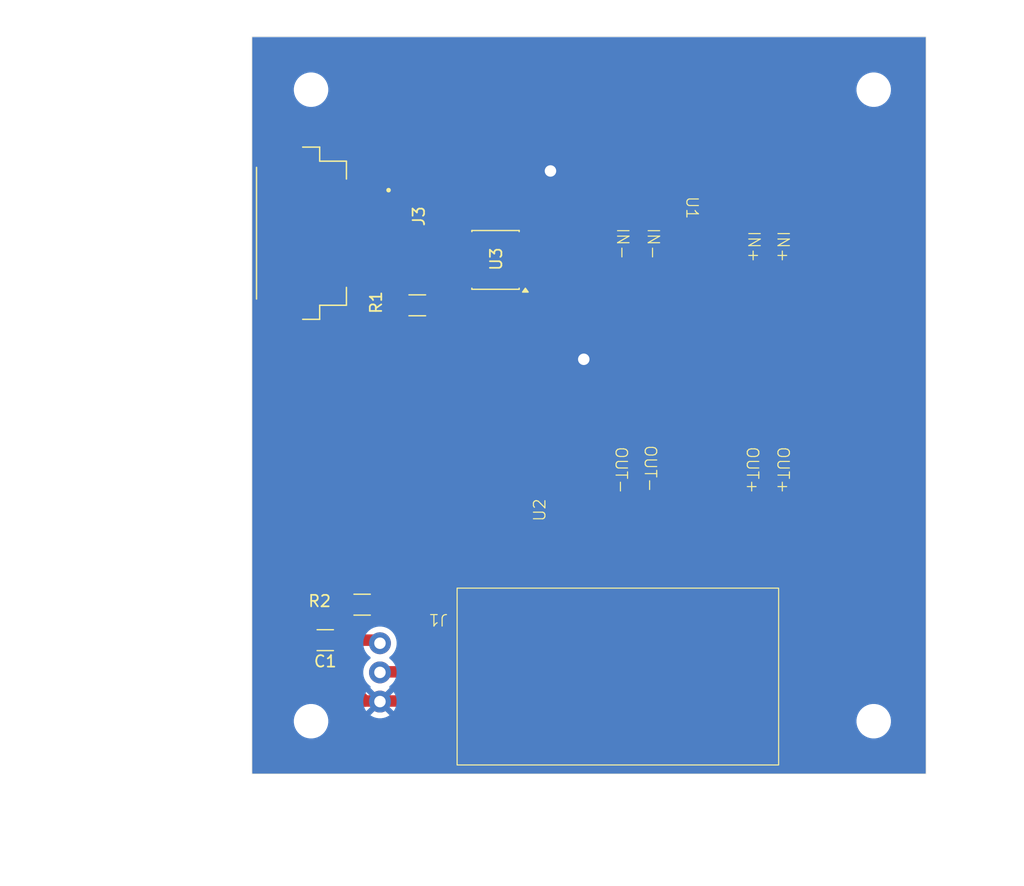
<source format=kicad_pcb>
(kicad_pcb (version 20241229) (generator "pcbnew") (generator_version "9.0")
  (layers (0 "F.Cu" signal) (2 "B.Cu" signal) (13 "F.Paste" user) (15 "B.Paste" user) (5 "F.SilkS" user "F.Silkscreen") (7 "B.SilkS" user "B.Silkscreen") (1 "F.Mask" user) (3 "B.Mask" user) (25 "Edge.Cuts" user))
  (net 0 "")
  (net 1 "+12V")
  (net 2 "GND")
  (net 3 "Net-(U3-Rs)")
  (net 4 "DHT_READING")
  (net 11 "CAN_RX")
  (net 15 "+3.3V")
  (net 16 "CANH")
  (net 17 "CAN_TX")
  (net 19 "CANL")
  (footprint "MountingHole:MountingHole_2.5mm" (layer "F.Cu") (at 181 65)
    (property "Reference" "H2" (hide yes))
    (property "Value" "MountingHole" (hide yes))
    (pad "" np_thru_hole circle (at 0 0) (size 2.5 2.5) (drill 2.5) (layers "*.Cu" "*.Mask"))
  )
  (footprint "Sensor:DHT22_Module" (layer "F.Cu") (at 143.08 110.67 180)
    (property "Reference" "J1" (at 0 -0.5 180) (layer "F.SilkS") (effects (font (thickness 0.1))))
    (property "Value" "DHT22")
    (pad "1" thru_hole circle (at 5.08 -2.54 180) (size 1.905 1.905) (drill 1) (layers "*.Cu" "*.Mask") (net 15 "+3.3V"))
    (pad "2" thru_hole circle (at 5.08 -5.08 180) (size 1.905 1.905) (drill 1) (layers "*.Cu" "*.Mask") (net 4 "DHT_READING"))
    (pad "3" thru_hole circle (at 5.08 -7.62 180) (size 1.905 1.905) (drill 1) (layers "*.Cu" "*.Mask") (net 2 "GND"))
  )
  (footprint "MountingHole:MountingHole_2.5mm" (layer "F.Cu") (at 132 65)
    (property "Reference" "H1" (hide yes))
    (property "Value" "MountingHole" (hide yes))
    (pad "" np_thru_hole circle (at 0 0) (size 2.5 2.5) (drill 2.5) (layers "*.Cu" "*.Mask"))
  )
  (footprint "RF_Module:ESP32-C6-Super-Mini" (layer "F.Cu") (at 157.338 110.165 90)
    (property "Reference" "U2" (at 8.56 -5.43 90) (layer "F.SilkS") (effects (font (thickness 0.1))))
    (property "Value" "ESP32-C6-Super-Mini")
    (pad "1" smd roundrect (at 4.655 -27.978 90) (size 2.54 1.27) (layers "F.Cu" "F.Mask" "F.Paste") (roundrect_rratio 0.15))
    (pad "2" smd roundrect (at 4.655 -25.438 90) (size 2.54 1.27) (layers "F.Cu" "F.Mask" "F.Paste") (roundrect_rratio 0.15))
    (pad "3" smd roundrect (at 4.655 -22.898 90) (size 2.54 1.27) (layers "F.Cu" "F.Mask" "F.Paste") (roundrect_rratio 0.15))
    (pad "4" smd roundrect (at 4.655 -20.358 90) (size 2.54 1.27) (layers "F.Cu" "F.Mask" "F.Paste") (roundrect_rratio 0.15))
    (pad "5" smd roundrect (at 4.655 -17.818 90) (size 2.54 1.27) (layers "F.Cu" "F.Mask" "F.Paste") (roundrect_rratio 0.15))
    (pad "6" smd roundrect (at 4.655 -15.278 90) (size 2.54 1.27) (layers "F.Cu" "F.Mask" "F.Paste") (roundrect_rratio 0.15))
    (pad "7" smd roundrect (at 4.655 -12.738 90) (size 2.54 1.27) (layers "F.Cu" "F.Mask" "F.Paste") (roundrect_rratio 0.15))
    (pad "8" smd roundrect (at 4.655 -10.198 90) (size 2.54 1.27) (layers "F.Cu" "F.Mask" "F.Paste") (roundrect_rratio 0.15))
    (pad "9" smd roundrect (at 4.655 -7.658 90) (size 2.54 1.27) (layers "F.Cu" "F.Mask" "F.Paste") (roundrect_rratio 0.15) (net 4 "DHT_READING"))
    (pad "10" smd roundrect (at 4.655 -5.118 90) (size 2.54 1.27) (layers "F.Cu" "F.Mask" "F.Paste") (roundrect_rratio 0.15))
    (pad "11" smd roundrect (at 22.435 -5.118 90) (size 2.54 1.27) (layers "F.Cu" "F.Mask" "F.Paste") (roundrect_rratio 0.15) (net 17 "CAN_TX"))
    (pad "12" smd roundrect (at 22.435 -7.658 90) (size 2.54 1.27) (layers "F.Cu" "F.Mask" "F.Paste") (roundrect_rratio 0.15))
    (pad "13" smd roundrect (at 22.435 -10.198 90) (size 2.54 1.27) (layers "F.Cu" "F.Mask" "F.Paste") (roundrect_rratio 0.15) (net 11 "CAN_RX"))
    (pad "14" smd roundrect (at 22.435 -12.738 90) (size 2.54 1.27) (layers "F.Cu" "F.Mask" "F.Paste") (roundrect_rratio 0.15))
    (pad "15" smd roundrect (at 22.435 -15.278 90) (size 2.54 1.27) (layers "F.Cu" "F.Mask" "F.Paste") (roundrect_rratio 0.15))
    (pad "16" smd roundrect (at 22.435 -17.818 90) (size 2.54 1.27) (layers "F.Cu" "F.Mask" "F.Paste") (roundrect_rratio 0.15))
    (pad "17" smd roundrect (at 22.435 -20.358 90) (size 2.54 1.27) (layers "F.Cu" "F.Mask" "F.Paste") (roundrect_rratio 0.15))
    (pad "18" smd roundrect (at 22.435 -22.898 90) (size 2.54 1.27) (layers "F.Cu" "F.Mask" "F.Paste") (roundrect_rratio 0.15))
    (pad "19" smd roundrect (at 22.435 -25.438 90) (size 2.54 1.27) (layers "F.Cu" "F.Mask" "F.Paste") (roundrect_rratio 0.15))
    (pad "20" smd roundrect (at 22.435 -27.978 90) (size 2.54 1.27) (layers "F.Cu" "F.Mask" "F.Paste") (roundrect_rratio 0.15) (net 15 "+3.3V"))
  )
  (footprint "MountingHole:MountingHole_2.5mm" (layer "F.Cu") (at 132 120)
    (property "Reference" "H4" (hide yes))
    (property "Value" "MountingHole" (hide yes))
    (pad "" np_thru_hole circle (at 0 0) (size 2.5 2.5) (drill 2.5) (layers "*.Cu" "*.Mask"))
  )
  (footprint "Capacitor_SMD:C_1206_3216Metric_Pad1.33x1.80mm_HandSolder" (layer "F.Cu") (at 133.2375 112.94 180)
    (property "Reference" "C1" (at 0 -1.85 0) (layer "F.SilkS"))
    (property "Value" "100nF")
    (fp_line (start -0.711252 0.91) (end 0.711252 0.91) (stroke (width 0.12)) (layer "F.SilkS"))
    (fp_line (start -0.711252 -0.91) (end 0.711252 -0.91) (stroke (width 0.12)) (layer "F.SilkS"))
    (pad "1" smd roundrect (at -1.5625 0 180) (size 1.325 1.8) (layers "F.Cu" "F.Mask" "F.Paste") (roundrect_rratio 0.188679) (net 15 "+3.3V"))
    (pad "2" smd roundrect (at 1.5625 0 180) (size 1.325 1.8) (layers "F.Cu" "F.Mask" "F.Paste") (roundrect_rratio 0.188679) (net 2 "GND"))
  )
  (footprint "Package_SO:SOIC-8_3.9x4.9mm_P1.27mm" (layer "F.Cu") (at 148.065 79.825 180)
    (property "Reference" "U3" (at -0.055 0.075 90) (layer "F.SilkS"))
    (property "Value" "SN65HVD230" (hide yes))
    (fp_line (start 2.06 2.56) (end -2.06 2.56) (stroke (width 0.12)) (layer "F.SilkS"))
    (fp_line (start 2.06 2.465) (end 2.06 2.56) (stroke (width 0.12)) (layer "F.SilkS"))
    (fp_line (start 2.06 -2.56) (end 2.06 -2.465) (stroke (width 0.12)) (layer "F.SilkS"))
    (fp_line (start -2.06 2.56) (end -2.06 2.465) (stroke (width 0.12)) (layer "F.SilkS"))
    (fp_line (start -2.06 -2.465) (end -2.06 -2.56) (stroke (width 0.12)) (layer "F.SilkS"))
    (fp_line (start -2.06 -2.56) (end 2.06 -2.56) (stroke (width 0.12)) (layer "F.SilkS"))
    (fp_poly (pts (xy -2.6 -2.47) (xy -2.84 -2.8) (xy -2.36 -2.8)) (stroke (width 0.12)) (fill yes) (layer "F.SilkS"))
    (pad "1" smd roundrect (at -2.475 -1.905 180) (size 1.95 0.6) (layers "F.Cu" "F.Mask" "F.Paste") (net 17 "CAN_TX"))
    (pad "2" smd roundrect (at -2.475 -0.635 180) (size 1.95 0.6) (layers "F.Cu" "F.Mask" "F.Paste") (net 2 "GND"))
    (pad "3" smd roundrect (at -2.475 0.635 180) (size 1.95 0.6) (layers "F.Cu" "F.Mask" "F.Paste") (net 15 "+3.3V"))
    (pad "4" smd roundrect (at -2.475 1.905 180) (size 1.95 0.6) (layers "F.Cu" "F.Mask" "F.Paste") (net 11 "CAN_RX"))
    (pad "5" smd roundrect (at 2.475 1.905 180) (size 1.95 0.6) (layers "F.Cu" "F.Mask" "F.Paste"))
    (pad "6" smd roundrect (at 2.475 0.635 180) (size 1.95 0.6) (layers "F.Cu" "F.Mask" "F.Paste") (net 19 "CANL"))
    (pad "7" smd roundrect (at 2.475 -0.635 180) (size 1.95 0.6) (layers "F.Cu" "F.Mask" "F.Paste") (net 16 "CANH"))
    (pad "8" smd roundrect (at 2.475 -1.905 180) (size 1.95 0.6) (layers "F.Cu" "F.Mask" "F.Paste") (net 3 "Net-(U3-Rs)"))
  )
  (footprint "Connector_JST:JST_S4B-XH-SM4-TB" (layer "F.Cu") (at 129 77.5 -90)
    (property "Reference" "J3" (at -1.475 -12.385 90) (layer "F.SilkS"))
    (property "Value" "S4B-XH-SM4-TB")
    (fp_line (start -5.73 1.75) (end 5.73 1.75) (stroke (width 0.127)) (layer "F.SilkS"))
    (fp_line (start -7.5 -2.27) (end -7.5 -3.75) (stroke (width 0.127)) (layer "F.SilkS"))
    (fp_line (start -7.5 -3.75) (end -6.275 -3.75) (stroke (width 0.127)) (layer "F.SilkS"))
    (fp_line (start -6.275 -3.75) (end -6.275 -6.08) (stroke (width 0.127)) (layer "F.SilkS"))
    (fp_line (start 6.275 -3.75) (end 7.5 -3.75) (stroke (width 0.127)) (layer "F.SilkS"))
    (fp_line (start 7.5 -3.75) (end 7.5 -2.27) (stroke (width 0.127)) (layer "F.SilkS"))
    (fp_line (start -6.275 -6.08) (end -4.72 -6.08) (stroke (width 0.127)) (layer "F.SilkS"))
    (fp_line (start 4.72 -6.08) (end 6.275 -6.08) (stroke (width 0.127)) (layer "F.SilkS"))
    (fp_line (start 6.275 -6.08) (end 6.275 -3.75) (stroke (width 0.127)) (layer "F.SilkS"))
    (fp_circle (center -3.75 -9.75) (end -3.65 -9.75) (stroke (width 0.2)) (fill no) (layer "F.SilkS"))
    (pad "1" smd rect (at -3.75 -6.8 270) (size 1.3 4.5) (layers "F.Cu" "F.Mask" "F.Paste") (net 1 "+12V"))
    (pad "2" smd rect (at -1.25 -6.8 270) (size 1.3 4.5) (layers "F.Cu" "F.Mask" "F.Paste") (net 2 "GND"))
    (pad "3" smd rect (at 1.25 -6.8 270) (size 1.3 4.5) (layers "F.Cu" "F.Mask" "F.Paste") (net 19 "CANL"))
    (pad "4" smd rect (at 3.75 -6.8 270) (size 1.3 4.5) (layers "F.Cu" "F.Mask" "F.Paste") (net 16 "CANH"))
    (pad "SH1" smd rect (at -6.95 0 270) (size 1.8 3.9) (layers "F.Cu" "F.Mask" "F.Paste"))
    (pad "SH2" smd rect (at 6.95 0 270) (size 1.8 3.9) (layers "F.Cu" "F.Mask" "F.Paste"))
  )
  (footprint "Resistor_SMD:R_1206_3216Metric_Pad1.30x1.75mm_HandSolder" (layer "F.Cu") (at 141.25 83.78)
    (property "Reference" "R1" (at -3.59 -0.25 90) (layer "F.SilkS"))
    (property "Value" "10k" (hide yes))
    (fp_line (start -0.727064 -0.91) (end 0.727064 -0.91) (stroke (width 0.12)) (layer "F.SilkS"))
    (fp_line (start -0.727064 0.91) (end 0.727064 0.91) (stroke (width 0.12)) (layer "F.SilkS"))
    (pad "1" smd roundrect (at -1.55 0) (size 1.3 1.75) (layers "F.Cu" "F.Mask" "F.Paste") (roundrect_rratio 0.192308) (net 2 "GND"))
    (pad "2" smd roundrect (at 1.55 0) (size 1.3 1.75) (layers "F.Cu" "F.Mask" "F.Paste") (roundrect_rratio 0.192308) (net 3 "Net-(U3-Rs)"))
  )
  (footprint "MountingHole:MountingHole_2.5mm" (layer "F.Cu") (at 181 120)
    (property "Reference" "H3" (hide yes))
    (property "Value" "MountingHole" (hide yes))
    (pad "" np_thru_hole circle (at 0 0) (size 2.5 2.5) (drill 2.5) (layers "*.Cu" "*.Mask"))
  )
  (footprint "Capacitor_SMD:C_1206_3216Metric_Pad1.33x1.80mm_HandSolder" (layer "F.Cu") (at 136.4475 109.85)
    (property "Reference" "R2" (at -3.7 -0.31 0) (layer "F.SilkS"))
    (property "Value" "4.7K")
    (fp_line (start -0.711252 -0.91) (end 0.711252 -0.91) (stroke (width 0.12)) (layer "F.SilkS"))
    (fp_line (start -0.711252 0.91) (end 0.711252 0.91) (stroke (width 0.12)) (layer "F.SilkS"))
    (pad "1" smd roundrect (at -1.5625 0) (size 1.325 1.8) (layers "F.Cu" "F.Mask" "F.Paste") (roundrect_rratio 0.188679) (net 15 "+3.3V"))
    (pad "2" smd roundrect (at 1.5625 0) (size 1.325 1.8) (layers "F.Cu" "F.Mask" "F.Paste") (roundrect_rratio 0.188679) (net 4 "DHT_READING"))
  )
  (footprint "Converter_DCDC:AmazonBuckConverter" (layer "F.Cu") (at 153.99 75.45 -90)
    (property "Reference" "U1" (at -0.17 -11.2 270) (layer "F.SilkS") (effects (font (thickness 0.1))))
    (property "Value" "Amazon Buck Converter")
    (fp_text user "IN-" (at 1.524 -7.239 270) (layer "F.SilkS") (effects (font (thickness 0.1)) (justify left bottom)))
    (fp_text user "IN+" (at 1.778 -18.542 270) (layer "F.SilkS") (effects (font (thickness 0.1)) (justify left bottom)))
    (fp_text user "IN+" (at 1.778 -16.002 270) (layer "F.SilkS") (effects (font (thickness 0.1)) (justify left bottom)))
    (fp_text user "OUT+" (at 20.574 -18.542 270) (layer "F.SilkS") (effects (font (thickness 0.1)) (justify left bottom)))
    (fp_text user "OUT-" (at 20.574 -4.445 270) (layer "F.SilkS") (effects (font (thickness 0.1)) (justify left bottom)))
    (fp_text user "OUT-" (at 20.447 -6.985 270) (layer "F.SilkS") (effects (font (thickness 0.1)) (justify left bottom)))
    (fp_text user "OUT+" (at 20.574 -15.875 270) (layer "F.SilkS") (effects (font (thickness 0.1)) (justify left bottom)))
    (fp_text user "IN-" (at 1.524 -4.572 270) (layer "F.SilkS") (effects (font (thickness 0.1)) (justify left bottom)))
    (pad "1" smd oval (at -2.54 -19.08) (size 2 3) (layers "F.Cu" "F.Mask" "F.Paste") (net 1 "+12V"))
    (pad "1" smd oval (at -2.54 -16.54) (size 2 3) (layers "F.Cu" "F.Mask" "F.Paste") (net 1 "+12V"))
    (pad "1" smd circle (at 0 -19.08) (size 2 2) (layers "F.Cu" "F.Mask" "F.Paste") (net 1 "+12V"))
    (pad "1" smd circle (at 0 -16.54) (size 2 2) (layers "F.Cu" "F.Mask" "F.Paste") (net 1 "+12V"))
    (pad "2" smd oval (at -2.54 -7.62) (size 2 3) (layers "F.Cu" "F.Mask" "F.Paste") (net 2 "GND"))
    (pad "2" smd oval (at -2.54 -5.08) (size 2 3) (layers "F.Cu" "F.Mask" "F.Paste") (net 2 "GND"))
    (pad "2" smd circle (at 0 -7.62) (size 2 2) (layers "F.Cu" "F.Mask" "F.Paste") (net 2 "GND"))
    (pad "2" smd circle (at 0 -5.08) (size 2 2) (layers "F.Cu" "F.Mask" "F.Paste") (net 2 "GND"))
    (pad "3" smd circle (at 26 -7.62) (size 2 2) (layers "F.Cu" "F.Mask" "F.Paste") (net 2 "GND"))
    (pad "3" smd circle (at 26 -5.08) (size 2 2) (layers "F.Cu" "F.Mask" "F.Paste") (net 2 "GND"))
    (pad "3" smd oval (at 28.54 -7.62) (size 2 3) (layers "F.Cu" "F.Mask" "F.Paste") (net 2 "GND"))
    (pad "3" smd oval (at 28.54 -5.08) (size 2 3) (layers "F.Cu" "F.Mask" "F.Paste") (net 2 "GND"))
    (pad "4" smd circle (at 26 -19.08) (size 2 2) (layers "F.Cu" "F.Mask" "F.Paste") (net 15 "+3.3V"))
    (pad "4" smd circle (at 26 -16.54) (size 2 2) (layers "F.Cu" "F.Mask" "F.Paste") (net 15 "+3.3V"))
    (pad "4" smd oval (at 28.54 -19.08) (size 2 3) (layers "F.Cu" "F.Mask" "F.Paste") (net 15 "+3.3V"))
    (pad "4" smd oval (at 28.54 -16.54) (size 2 3) (layers "F.Cu" "F.Mask" "F.Paste") (net 15 "+3.3V"))
  )
  (gr_rect (start 144.72 108.41) (end 172.72 123.81) (stroke (width 0.1)) (fill no) (layer "F.SilkS"))
  (gr_rect (start 126.86 60.4) (end 185.55 124.58) (stroke (width 0.05)) (fill no) (layer "Edge.Cuts"))
  (segment (start 170.53 71.52) (end 168.73 69.72) (width 1) (layer "F.Cu") (net 1))
  (segment (start 168.73 69.72) (end 147.85 69.72) (width 1) (layer "F.Cu") (net 1))
  (segment (start 170.53 72.91) (end 170.53 75.45) (width 1) (layer "F.Cu") (net 1))
  (segment (start 144.03 73.54) (end 136.21825 73.54) (width 1) (layer "F.Cu") (net 1))
  (segment (start 170.53 72.91) (end 173.07 72.91) (width 1) (layer "F.Cu") (net 1))
  (segment (start 173.07 72.91) (end 173.07 75.45) (width 1) (layer "F.Cu") (net 1))
  (segment (start 173.07 75.45) (end 170.53 75.45) (width 1) (layer "F.Cu") (net 1))
  (segment (start 147.85 69.72) (end 144.03 73.54) (width 1) (layer "F.Cu") (net 1))
  (segment (start 170.53 72.91) (end 170.53 71.52) (width 1) (layer "F.Cu") (net 1))
  (segment (start 153.51 80.46) (end 150.54 80.46) (width 0.6) (layer "F.Cu") (net 2))
  (segment (start 144.19 76.04) (end 148.15 72.08) (width 1) (layer "F.Cu") (net 2))
  (segment (start 132.0925 112.695) (end 132.0075 112.78) (width 0.2) (layer "F.Cu") (net 2))
  (segment (start 139.7 83.78) (end 133.77 83.78) (width 1) (layer "F.Cu") (net 2))
  (segment (start 131.76 77.35) (end 133.07 76.04) (width 1) (layer "F.Cu") (net 2))
  (segment (start 155.74 88.47) (end 155.75 88.48) (width 0.6) (layer "F.Cu") (net 2))
  (segment (start 133.77 83.78) (end 131.76 81.77) (width 1) (layer "F.Cu") (net 2))
  (segment (start 136.21825 76.04) (end 144.19 76.04) (width 1) (layer "F.Cu") (net 2))
  (segment (start 159.07 72.91) (end 153.68 72.91) (width 1) (layer "F.Cu") (net 2))
  (segment (start 131.76 81.77) (end 131.76 77.35) (width 1) (layer "F.Cu") (net 2))
  (segment (start 155.74 84.09) (end 155.74 83.27) (width 0.2) (layer "F.Cu") (net 2))
  (segment (start 155.74 84.09) (end 155.74 82.71) (width 0.6) (layer "F.Cu") (net 2))
  (segment (start 159.07 101.45) (end 159.07 103.99) (width 1) (layer "F.Cu") (net 2))
  (segment (start 159.07 101.45) (end 161.61 101.45) (width 1) (layer "F.Cu") (net 2))
  (segment (start 159.07 112.71) (end 153.65 118.13) (width 1) (layer "F.Cu") (net 2))
  (segment (start 154.54 81.49) (end 153.51 80.46) (width 0.6) (layer "F.Cu") (net 2))
  (segment (start 140.4625 118.24) (end 138.06 118.24) (width 1) (layer "F.Cu") (net 2))
  (segment (start 155.74 83.27) (end 155.74 88.47) (width 0.6) (layer "F.Cu") (net 2))
  (segment (start 159.07 72.91) (end 161.61 72.91) (width 1) (layer "F.Cu") (net 2))
  (segment (start 161.61 101.45) (end 161.61 103.99) (width 1) (layer "F.Cu") (net 2))
  (segment (start 153.65 118.13) (end 140.5725 118.13) (width 1) (layer "F.Cu") (net 2))
  (segment (start 138.06 118.24) (end 136.7 118.24) (width 1) (layer "F.Cu") (net 2))
  (segment (start 159.07 103.99) (end 159.07 112.71) (width 1) (layer "F.Cu") (net 2))
  (segment (start 131.675 114.465) (end 131.675 112.94) (width 1) (layer "F.Cu") (net 2))
  (segment (start 159.07 75.45) (end 161.61 75.45) (width 1) (layer "F.Cu") (net 2))
  (segment (start 155.74 82.71) (end 154.54 81.51) (width 0.6) (layer "F.Cu") (net 2))
  (segment (start 132.55 115.34) (end 131.675 114.465) (width 1) (layer "F.Cu") (net 2))
  (segment (start 136.7 118.24) (end 133.8 115.34) (width 1) (layer "F.Cu") (net 2))
  (segment (start 133.8 115.34) (end 132.55 115.34) (width 1) (layer "F.Cu") (net 2))
  (segment (start 159.07 103.99) (end 161.61 103.99) (width 1) (layer "F.Cu") (net 2))
  (segment (start 159.07 72.91) (end 159.07 75.45) (width 1) (layer "F.Cu") (net 2))
  (segment (start 148.15 72.08) (end 152.85 72.08) (width 1) (layer "F.Cu") (net 2))
  (segment (start 154.54 81.51) (end 154.54 81.49) (width 0.6) (layer "F.Cu") (net 2))
  (segment (start 153.68 72.91) (end 152.85 72.08) (width 1) (layer "F.Cu") (net 2))
  (segment (start 133.07 76.04) (end 136.21825 76.04) (width 1) (layer "F.Cu") (net 2))
  (segment (start 161.61 72.91) (end 161.61 75.45) (width 1) (layer "F.Cu") (net 2))
  (segment (start 140.5725 118.13) (end 140.4625 118.24) (width 1) (layer "F.Cu") (net 2))
  (via (at 155.75 88.48) (size 2) (drill 1) (layers "F.Cu" "B.Cu") (net 2))
  (via (at 152.85 72.08) (size 2) (drill 1) (layers "F.Cu" "B.Cu") (net 2))
  (segment (start 145.59 82.55) (end 145.59 81.73) (width 0.6) (layer "F.Cu") (net 3))
  (segment (start 144.36 83.78) (end 145.59 82.55) (width 0.6) (layer "F.Cu") (net 3))
  (segment (start 142.8 83.78) (end 144.36 83.78) (width 0.6) (layer "F.Cu") (net 3))
  (segment (start 140.4625 115.7) (end 138.06 115.7) (width 1) (layer "F.Cu") (net 4))
  (segment (start 140.5725 115.59) (end 140.4625 115.7) (width 1) (layer "F.Cu") (net 4))
  (segment (start 149.68 105.51) (end 149.68 109.11) (width 1) (layer "F.Cu") (net 4))
  (segment (start 149.68 107.84) (end 149.68 109.11) (width 0.2) (layer "F.Cu") (net 4))
  (segment (start 149.68 107.84) (end 147.67 109.85) (width 1) (layer "F.Cu") (net 4))
  (segment (start 149.68 109.11) (end 149.68 110.78) (width 1) (layer "F.Cu") (net 4))
  (segment (start 147.67 109.85) (end 138.01 109.85) (width 1) (layer "F.Cu") (net 4))
  (segment (start 149.68 110.78) (end 144.87 115.59) (width 1) (layer "F.Cu") (net 4))
  (segment (start 144.87 115.59) (end 140.5725 115.59) (width 1) (layer "F.Cu") (net 4))
  (segment (start 148.08 78.84) (end 149 77.92) (width 0.6) (layer "F.Cu") (net 11))
  (segment (start 147.14 85.89) (end 148.08 84.95) (width 0.6) (layer "F.Cu") (net 11))
  (segment (start 149 77.92) (end 150.54 77.92) (width 0.6) (layer "F.Cu") (net 11))
  (segment (start 147.14 87.73) (end 147.14 85.89) (width 0.6) (layer "F.Cu") (net 11))
  (segment (start 148.08 84.95) (end 148.08 78.84) (width 0.6) (layer "F.Cu") (net 11))
  (segment (start 166.96 95.4) (end 156.97 95.4) (width 1) (layer "F.Cu") (net 15))
  (segment (start 170.53 101.45) (end 170.53 98.97) (width 1) (layer "F.Cu") (net 15))
  (segment (start 170.53 101.45) (end 170.53 103.99) (width 1) (layer "F.Cu") (net 15))
  (segment (start 127.67 108.58) (end 127.67 97.96) (width 0.8) (layer "F.Cu") (net 15))
  (segment (start 127.67 97.96) (end 129.36 96.27) (width 0.8) (layer "F.Cu") (net 15))
  (segment (start 134.885 109.85) (end 128.94 109.85) (width 0.8) (layer "F.Cu") (net 15))
  (segment (start 158.58 81.76) (end 158.11 81.29) (width 0.6) (layer "F.Cu") (net 15))
  (segment (start 158.11 81.29) (end 158.07 81.29) (width 0.6) (layer "F.Cu") (net 15))
  (segment (start 128.94 109.85) (end 127.67 108.58) (width 0.8) (layer "F.Cu") (net 15))
  (segment (start 173.07 101.45) (end 173.07 103.99) (width 1) (layer "F.Cu") (net 15))
  (segment (start 158.07 81.29) (end 155.97 79.19) (width 0.6) (layer "F.Cu") (net 15))
  (segment (start 156.97 95.4) (end 158.58 93.79) (width 0.6) (layer "F.Cu") (net 15))
  (segment (start 129.36 91.38) (end 133.38 95.4) (width 1) (layer "F.Cu") (net 15))
  (segment (start 129.36 91.38) (end 129.36 87.73) (width 1) (layer "F.Cu") (net 15))
  (segment (start 158.58 93.79) (end 158.58 81.76) (width 0.6) (layer "F.Cu") (net 15))
  (segment (start 134.8 112.94) (end 137.84 112.94) (width 1) (layer "F.Cu") (net 15))
  (segment (start 155.97 79.19) (end 150.54 79.19) (width 0.6) (layer "F.Cu") (net 15))
  (segment (start 129.36 96.27) (end 129.36 91.38) (width 0.8) (layer "F.Cu") (net 15))
  (segment (start 170.53 98.97) (end 166.96 95.4) (width 1) (layer "F.Cu") (net 15))
  (segment (start 170.53 101.45) (end 173.07 101.45) (width 1) (layer "F.Cu") (net 15))
  (segment (start 135.02 113.16) (end 134.8 112.94) (width 0.2) (layer "F.Cu") (net 15))
  (segment (start 137.84 112.94) (end 138.06 113.16) (width 1) (layer "F.Cu") (net 15))
  (segment (start 134.885 112.855) (end 134.8 112.94) (width 0.8) (layer "F.Cu") (net 15))
  (segment (start 134.885 109.85) (end 134.885 112.855) (width 0.8) (layer "F.Cu") (net 15))
  (segment (start 173.07 103.99) (end 170.53 103.99) (width 1) (layer "F.Cu") (net 15))
  (segment (start 133.38 95.4) (end 156.97 95.4) (width 1) (layer "F.Cu") (net 15))
  (segment (start 136.21825 81.04) (end 141.64 81.04) (width 0.6) (layer "F.Cu") (net 16))
  (segment (start 142.22 80.46) (end 145.59 80.46) (width 0.6) (layer "F.Cu") (net 16))
  (segment (start 141.64 81.04) (end 142.22 80.46) (width 0.6) (layer "F.Cu") (net 16))
  (segment (start 152.22 87.73) (end 152.22 84.47) (width 0.6) (layer "F.Cu") (net 17))
  (segment (start 152.22 84.47) (end 150.54 82.79) (width 0.6) (layer "F.Cu") (net 17))
  (segment (start 150.54 82.79) (end 150.54 81.73) (width 0.6) (layer "F.Cu") (net 17))
  (segment (start 141.6 79.19) (end 145.59 79.19) (width 0.6) (layer "F.Cu") (net 19))
  (segment (start 140.87 78.54) (end 141.56 79.23) (width 0.6) (layer "F.Cu") (net 19))
  (segment (start 141.56 79.23) (end 141.6 79.19) (width 0.6) (layer "F.Cu") (net 19))
  (segment (start 136.21825 78.54) (end 140.87 78.54) (width 0.6) (layer "F.Cu") (net 19))
  (zone (net 2) (net_name "GND") (layer "B.Cu") (connect_pads (clearance 0.5)) (min_thickness 0.25) (fill yes (thermal_gap 0.5) (thermal_bridge_width 0.5))
    (polygon (pts (xy 105.7 57.89) (xy 194.1 57.19) (xy 193.14 133.01) (xy 104.91 134.35)))
  )
)
</source>
